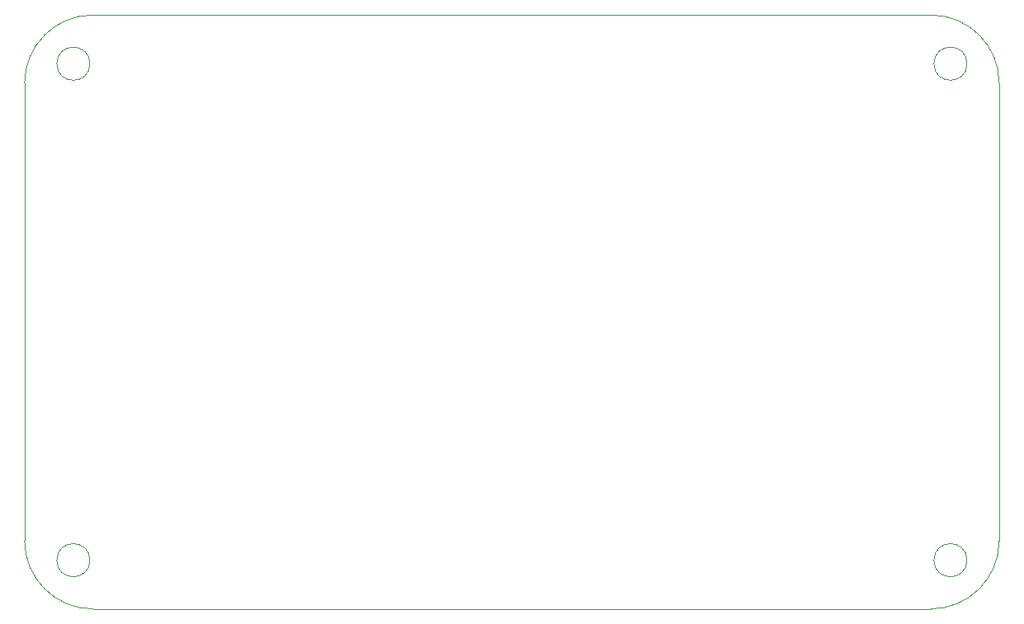
<source format=gm1>
G04 #@! TF.GenerationSoftware,KiCad,Pcbnew,(5.1.10)-1*
G04 #@! TF.CreationDate,2021-08-26T18:29:04-04:00*
G04 #@! TF.ProjectId,CMOS-Clock-V1,434d4f53-2d43-46c6-9f63-6b2d56312e6b,rev?*
G04 #@! TF.SameCoordinates,Original*
G04 #@! TF.FileFunction,Profile,NP*
%FSLAX46Y46*%
G04 Gerber Fmt 4.6, Leading zero omitted, Abs format (unit mm)*
G04 Created by KiCad (PCBNEW (5.1.10)-1) date 2021-08-26 18:29:04*
%MOMM*%
%LPD*%
G01*
G04 APERTURE LIST*
G04 #@! TA.AperFunction,Profile*
%ADD10C,0.050000*%
G04 #@! TD*
G04 APERTURE END LIST*
D10*
X197680000Y-125020000D02*
X197680000Y-122020000D01*
X187680000Y-132020000D02*
X190680000Y-132020000D01*
X197680000Y-125020000D02*
G75*
G02*
X190680000Y-132020000I-7000000J0D01*
G01*
X190680000Y-71020000D02*
X187680000Y-71020000D01*
X197680000Y-78020000D02*
X197680000Y-81020000D01*
X190680000Y-71020000D02*
G75*
G02*
X197680000Y-78020000I0J-7000000D01*
G01*
X104680000Y-132020000D02*
X107680000Y-132020000D01*
X97680000Y-125020000D02*
X97680000Y-122020000D01*
X104680000Y-132020000D02*
G75*
G02*
X97680000Y-125020000I0J7000000D01*
G01*
X104680000Y-71020000D02*
X107680000Y-71020000D01*
X97680000Y-81020000D02*
X97680000Y-78020000D01*
X97680000Y-78020000D02*
G75*
G02*
X104680000Y-71020000I7000000J0D01*
G01*
X194380000Y-76020000D02*
G75*
G03*
X194380000Y-76020000I-1700000J0D01*
G01*
X194380000Y-127020000D02*
G75*
G03*
X194380000Y-127020000I-1700000J0D01*
G01*
X104380000Y-127020000D02*
G75*
G03*
X104380000Y-127020000I-1700000J0D01*
G01*
X104380000Y-76020000D02*
G75*
G03*
X104380000Y-76020000I-1700000J0D01*
G01*
X107680000Y-132020000D02*
X187680000Y-132020000D01*
X97680000Y-122020000D02*
X97680000Y-81020000D01*
X197680000Y-81020000D02*
X197680000Y-122020000D01*
X107680000Y-71020000D02*
X187680000Y-71020000D01*
M02*

</source>
